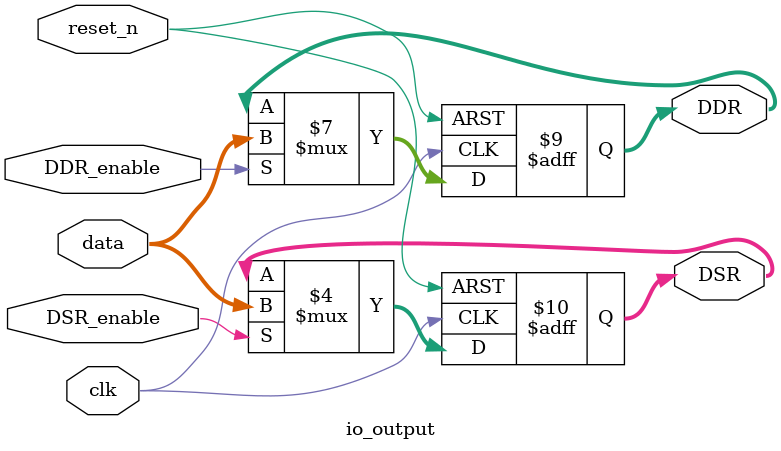
<source format=v>
`timescale 1ns / 1ps


module io(
	input[15:0] data,
	input[15:0] foreignKeyboardInput,
	output[15:0] foreignDisplayOutput,
	output[15:0] KBDR, KBSR, DSR,
	input clk, reset_n,
	input KBSR_enable, DDR_enable, DSR_enable
    );
	wire[15:0] DDR;
	io_input in(.data(data),.foreignData(foreignKeyboardInput),.clk(clk),.reset_n(reset_n),.KBSR_enable(KBSR_enable),.KBSR(KBSR),.KBDR(KBDR));
	io_output out(.data(data),.clk(clk),.reset_n(reset_n),.DDR(DDR),.DSR(DSR),.DDR_enable(DDR_enable),.DSR_enable(DSR_enable));
	
	assign foreignDisplayOutput = DDR;
	
endmodule


module io_input(
	input[15:0] foreignData,
	input[15:0] data,
	input clk, 
	input reset_n,
	input KBSR_enable,
	output reg[15:0] KBSR, //keyboard status register
	output reg[15:0] KBDR //keyboard data register
	);
	
	always@(posedge clk or negedge reset_n)begin
		if(!reset_n)begin
			KBSR <= 0;
			KBDR <= 0;
		end else begin
			if(KBSR_enable) KBSR <= data;
			else KBSR <= KBSR;
			KBDR <= foreignData;
		end
	end
endmodule

module io_output(
	input[15:0] data,
	input clk,
	input reset_n,
	input DDR_enable, DSR_enable,
	output reg[15:0] DDR, DSR //display data/status register
	);
	
	always@(posedge clk or negedge reset_n)begin
		if(!reset_n)begin
			DDR <= 0;
			DSR <= 0;
		end else begin
			if(DDR_enable) DDR <= data;
			else DDR <= DDR;
			if(DSR_enable) DSR <= data;
			else DSR <= DSR;
		end
	end
endmodule

</source>
